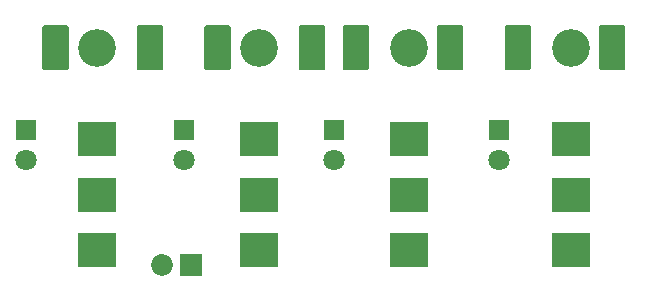
<source format=gbr>
%TF.GenerationSoftware,KiCad,Pcbnew,(5.1.9)-1*%
%TF.CreationDate,2021-03-02T23:28:56+00:00*%
%TF.ProjectId,Four Power Outlet,466f7572-2050-46f7-9765-72204f75746c,rev?*%
%TF.SameCoordinates,Original*%
%TF.FileFunction,Soldermask,Bot*%
%TF.FilePolarity,Negative*%
%FSLAX46Y46*%
G04 Gerber Fmt 4.6, Leading zero omitted, Abs format (unit mm)*
G04 Created by KiCad (PCBNEW (5.1.9)-1) date 2021-03-02 23:28:56*
%MOMM*%
%LPD*%
G01*
G04 APERTURE LIST*
%ADD10R,1.850000X1.850000*%
%ADD11C,1.850000*%
%ADD12R,3.300000X3.000000*%
%ADD13C,3.203200*%
%ADD14R,1.800000X1.800000*%
%ADD15C,1.800000*%
G04 APERTURE END LIST*
D10*
%TO.C,J1*%
X92075000Y-125730000D03*
D11*
X89575000Y-125730000D03*
%TD*%
D12*
%TO.C,SW4*%
X84075000Y-115060000D03*
X84075000Y-119760000D03*
X84075000Y-124460000D03*
%TD*%
%TO.C,SW3*%
X97790000Y-115060000D03*
X97790000Y-119760000D03*
X97790000Y-124460000D03*
%TD*%
%TO.C,SW2*%
X110500000Y-115060000D03*
X110500000Y-119760000D03*
X110500000Y-124460000D03*
%TD*%
%TO.C,SW1*%
X124200000Y-115060000D03*
X124200000Y-119760000D03*
X124200000Y-124460000D03*
%TD*%
D13*
%TO.C,J5*%
X84074000Y-107315000D03*
G36*
G01*
X79574000Y-105413400D02*
X81574000Y-105413400D01*
G75*
G02*
X81675600Y-105515000I0J-101600D01*
G01*
X81675600Y-109115000D01*
G75*
G02*
X81574000Y-109216600I-101600J0D01*
G01*
X79574000Y-109216600D01*
G75*
G02*
X79472400Y-109115000I0J101600D01*
G01*
X79472400Y-105515000D01*
G75*
G02*
X79574000Y-105413400I101600J0D01*
G01*
G37*
G36*
G01*
X87574000Y-105413400D02*
X89574000Y-105413400D01*
G75*
G02*
X89675600Y-105515000I0J-101600D01*
G01*
X89675600Y-109115000D01*
G75*
G02*
X89574000Y-109216600I-101600J0D01*
G01*
X87574000Y-109216600D01*
G75*
G02*
X87472400Y-109115000I0J101600D01*
G01*
X87472400Y-105515000D01*
G75*
G02*
X87574000Y-105413400I101600J0D01*
G01*
G37*
%TD*%
%TO.C,J4*%
X97790000Y-107315000D03*
G36*
G01*
X93290000Y-105413400D02*
X95290000Y-105413400D01*
G75*
G02*
X95391600Y-105515000I0J-101600D01*
G01*
X95391600Y-109115000D01*
G75*
G02*
X95290000Y-109216600I-101600J0D01*
G01*
X93290000Y-109216600D01*
G75*
G02*
X93188400Y-109115000I0J101600D01*
G01*
X93188400Y-105515000D01*
G75*
G02*
X93290000Y-105413400I101600J0D01*
G01*
G37*
G36*
G01*
X101290000Y-105413400D02*
X103290000Y-105413400D01*
G75*
G02*
X103391600Y-105515000I0J-101600D01*
G01*
X103391600Y-109115000D01*
G75*
G02*
X103290000Y-109216600I-101600J0D01*
G01*
X101290000Y-109216600D01*
G75*
G02*
X101188400Y-109115000I0J101600D01*
G01*
X101188400Y-105515000D01*
G75*
G02*
X101290000Y-105413400I101600J0D01*
G01*
G37*
%TD*%
%TO.C,J3*%
X110490000Y-107315000D03*
G36*
G01*
X114990000Y-109216600D02*
X112990000Y-109216600D01*
G75*
G02*
X112888400Y-109115000I0J101600D01*
G01*
X112888400Y-105515000D01*
G75*
G02*
X112990000Y-105413400I101600J0D01*
G01*
X114990000Y-105413400D01*
G75*
G02*
X115091600Y-105515000I0J-101600D01*
G01*
X115091600Y-109115000D01*
G75*
G02*
X114990000Y-109216600I-101600J0D01*
G01*
G37*
G36*
G01*
X106990000Y-109216600D02*
X104990000Y-109216600D01*
G75*
G02*
X104888400Y-109115000I0J101600D01*
G01*
X104888400Y-105515000D01*
G75*
G02*
X104990000Y-105413400I101600J0D01*
G01*
X106990000Y-105413400D01*
G75*
G02*
X107091600Y-105515000I0J-101600D01*
G01*
X107091600Y-109115000D01*
G75*
G02*
X106990000Y-109216600I-101600J0D01*
G01*
G37*
%TD*%
%TO.C,J2*%
X124206000Y-107315000D03*
G36*
G01*
X128706000Y-109216600D02*
X126706000Y-109216600D01*
G75*
G02*
X126604400Y-109115000I0J101600D01*
G01*
X126604400Y-105515000D01*
G75*
G02*
X126706000Y-105413400I101600J0D01*
G01*
X128706000Y-105413400D01*
G75*
G02*
X128807600Y-105515000I0J-101600D01*
G01*
X128807600Y-109115000D01*
G75*
G02*
X128706000Y-109216600I-101600J0D01*
G01*
G37*
G36*
G01*
X120706000Y-109216600D02*
X118706000Y-109216600D01*
G75*
G02*
X118604400Y-109115000I0J101600D01*
G01*
X118604400Y-105515000D01*
G75*
G02*
X118706000Y-105413400I101600J0D01*
G01*
X120706000Y-105413400D01*
G75*
G02*
X120807600Y-105515000I0J-101600D01*
G01*
X120807600Y-109115000D01*
G75*
G02*
X120706000Y-109216600I-101600J0D01*
G01*
G37*
%TD*%
D14*
%TO.C,D4*%
X78105000Y-114300000D03*
D15*
X78105000Y-116840000D03*
%TD*%
D14*
%TO.C,D3*%
X91440000Y-114300000D03*
D15*
X91440000Y-116840000D03*
%TD*%
D14*
%TO.C,D2*%
X104140000Y-114300000D03*
D15*
X104140000Y-116840000D03*
%TD*%
D14*
%TO.C,D1*%
X118110000Y-114300000D03*
D15*
X118110000Y-116840000D03*
%TD*%
M02*

</source>
